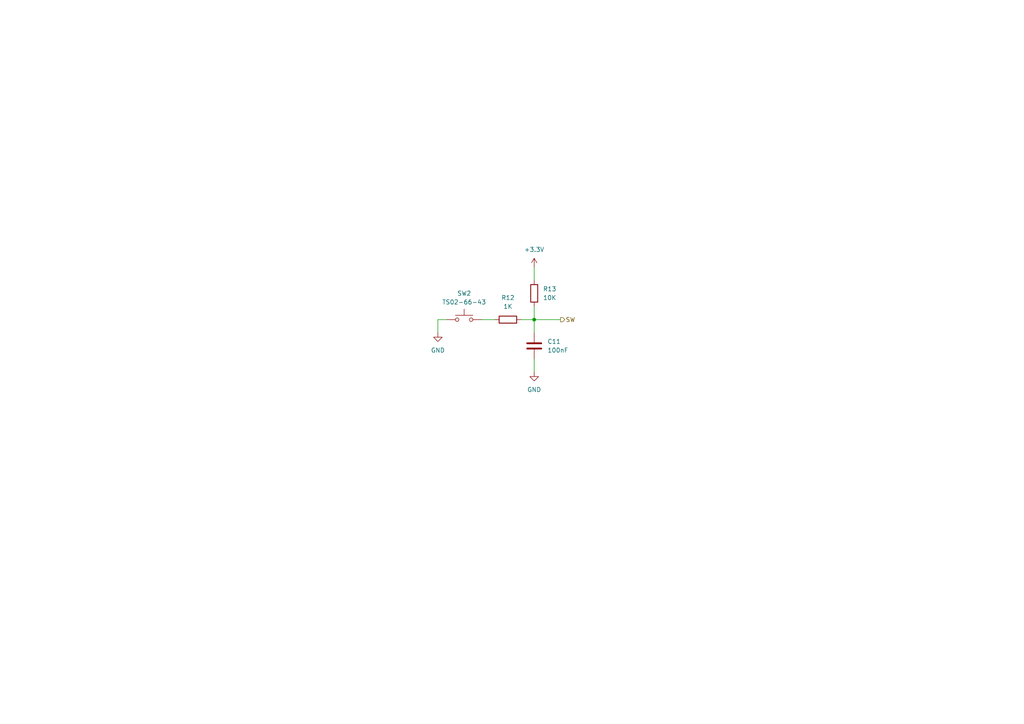
<source format=kicad_sch>
(kicad_sch (version 20250114) (generator "eeschema") (generator_version "9.0")
  (paper "A4")
  (title_block (date "${CURRENT_DATE}") (rev "${REVISION}") (comment 1 "LICENSED under CERN-OHL-S-2.0"))
  (lib_symbols
    (symbol "Device:C" (pin_numbers (hide yes)) (pin_names (offset 0.254))
      (property "Reference" "C" (at 0.635 2.54 0))
      (property "Value" "C" (at 0.635 -2.54 0))
      (symbol "C_0_1"
        (polyline (pts (xy -2.032 0.762) (xy 2.032 0.762)) (stroke (width 0.508)))
        (polyline (pts (xy -2.032 -0.762) (xy 2.032 -0.762)) (stroke (width 0.508)))
      )
      (symbol "C_1_1"
        (pin passive line (at 0 3.81 270) (length 2.794) (name "~") (number "1"))
        (pin passive line (at 0 -3.81 90) (length 2.794) (name "~") (number "2"))
      )
    )
    (symbol "Device:R" (pin_numbers (hide yes)) (pin_names (offset 0))
      (property "Reference" "R" (at 2.032 0 90))
      (property "Value" "R" (at 0 0 90))
      (symbol "R_0_1"
        (rectangle (start -1.016 -2.54) (end 1.016 2.54) (stroke (width 0.254)))
      )
      (symbol "R_1_1"
        (pin passive line (at 0 3.81 270) (length 1.27) (name "~") (number "1"))
        (pin passive line (at 0 -3.81 90) (length 1.27) (name "~") (number "2"))
      )
    )
    (symbol "Switch:SW_Push" (pin_numbers (hide yes)) (pin_names (offset 1.016) (hide yes))
      (property "Reference" "SW" (at 1.27 2.54 0))
      (property "Value" "SW_Push" (at 0 -1.524 0))
      (symbol "SW_Push_0_1"
        (circle (center -2.032 0) (radius 0.508))
        (polyline (pts (xy 0 1.27) (xy 0 3.048)))
        (circle (center 2.032 0) (radius 0.508))
        (polyline (pts (xy 2.54 1.27) (xy -2.54 1.27)))
        (pin passive line (at -5.08 0 0) (length 2.54) (name "1") (number "1"))
        (pin passive line (at 5.08 0 180) (length 2.54) (name "2") (number "2"))
      )
    )
    (symbol "power:+3.3V" (power) (pin_numbers (hide yes)) (pin_names (offset 0) (hide yes))
      (property "Value" "+3.3V" (at 0 3.556 0))
      (symbol "+3.3V_0_1"
        (polyline (pts (xy -0.762 1.27) (xy 0 2.54)))
        (polyline (pts (xy 0 2.54) (xy 0.762 1.27)))
        (polyline (pts (xy 0 0) (xy 0 2.54)))
      )
      (symbol "+3.3V_1_1"
        (pin power_in line (at 0 0 90) (length 0) (name "~") (number "1"))
      )
    )
    (symbol "power:GND" (power) (pin_numbers (hide yes)) (pin_names (offset 0) (hide yes))
      (property "Value" "GND" (at 0 -3.81 0))
      (symbol "GND_0_1"
        (polyline (pts (xy 0 0) (xy 0 -1.27) (xy 1.27 -1.27) (xy 0 -2.54) (xy -1.27 -1.27) (xy 0 -1.27)))
      )
      (symbol "GND_1_1"
        (pin power_in line (at 0 0 270) (length 0) (name "~") (number "1"))
      )
    )
  )
  (junction (at 154.94 92.71))
  (wire (pts (xy 154.94 88.9) (xy 154.94 92.71)))
  (wire (pts (xy 127 92.71) (xy 127 96.52)))
  (wire (pts (xy 129.54 92.71) (xy 127 92.71)))
  (wire (pts (xy 139.7 92.71) (xy 143.51 92.71)))
  (wire (pts (xy 154.94 92.71) (xy 154.94 96.52)))
  (wire (pts (xy 154.94 92.71) (xy 162.56 92.71)))
  (wire (pts (xy 154.94 77.47) (xy 154.94 81.28)))
  (wire (pts (xy 154.94 104.14) (xy 154.94 107.95)))
  (wire (pts (xy 151.13 92.71) (xy 154.94 92.71)))
  (hierarchical_label "SW" (shape output) (at 162.56 92.71 0))
  (symbol (lib_id "power:GND") (at 127 96.52 0) (unit 1)
    (property "Reference" "#PWR022" (effects (hide yes)))
    (property "Value" "GND" (at 127 101.6 0))
    (property "Description" "Power symbol creates a global label with name \"GND\" , ground" (effects (hide yes)))
    (instances (project "ESP32PoEBreakout" (path "" (reference "#PWR025") (unit 1)) (path "" (reference "#PWR022") (unit 1))))
  )
  (symbol (lib_id "Device:R") (at 147.32 92.71 90) (unit 1)
    (property "Reference" "R10" (at 147.32 86.36 90))
    (property "Value" "1K" (at 147.32 88.9 90))
    (property "Footprint" "Resistor_SMD:R_0805_2012Metric" (effects (hide yes)))
    (property "Description" "Resistor" (effects (hide yes)))
    (property "MOUSER#" "603-RC0805FR-101KL" (effects (hide yes)))
    (instances (project "ESP32PoEBreakout" (path "" (reference "R12") (unit 1)) (path "" (reference "R10") (unit 1))))
  )
  (symbol (lib_id "power:+3.3V") (at 154.94 77.47 0) (unit 1)
    (property "Reference" "#PWR023" (effects (hide yes)))
    (property "Value" "+3.3V" (at 154.94 72.39 0))
    (property "Description" "Power symbol creates a global label with name \"+3.3V\"" (effects (hide yes)))
    (instances (project "ESP32PoEBreakout" (path "" (reference "#PWR026") (unit 1)) (path "" (reference "#PWR023") (unit 1))))
  )
  (symbol (lib_id "power:GND") (at 154.94 107.95 0) (unit 1)
    (property "Reference" "#PWR024" (effects (hide yes)))
    (property "Value" "GND" (at 154.94 113.03 0))
    (property "Description" "Power symbol creates a global label with name \"GND\" , ground" (effects (hide yes)))
    (instances (project "ESP32PoEBreakout" (path "" (reference "#PWR027") (unit 1)) (path "" (reference "#PWR024") (unit 1))))
  )
  (symbol (lib_id "Switch:SW_Push") (at 134.62 92.71 0) (unit 1)
    (property "Reference" "SW1" (at 134.62 85.09 0))
    (property "Value" "TS02-66-43" (at 134.62 87.63 0))
    (property "Footprint" "Button_Switch_THT:SW_PUSH_6mm_H4.3mm" (effects (hide yes)))
    (property "Datasheet" "Data Sheets\\ts02.pdf" (effects (hide yes)))
    (property "Description" "Push button switch, generic, two pins" (effects (hide yes)))
    (property "MOUSER#" "179-TS026643BK100LCR" (effects (hide yes)))
    (instances (project "ESP32PoEBreakout" (path "" (reference "SW2") (unit 1)) (path "" (reference "SW1") (unit 1))))
  )
  (symbol (lib_id "Device:R") (at 154.94 85.09 0) (unit 1)
    (property "Reference" "R11" (at 157.48 83.8199 0) (effects (justify left)))
    (property "Value" "10K" (at 157.48 86.3599 0) (effects (justify left)))
    (property "Footprint" "Resistor_SMD:R_0805_2012Metric" (effects (hide yes)))
    (property "Description" "Resistor" (effects (hide yes)))
    (property "MOUSER#" "603-RC0805FR-7W10KL" (effects (hide yes)))
    (instances (project "ESP32PoEBreakout" (path "" (reference "R13") (unit 1)) (path "" (reference "R11") (unit 1))))
  )
  (symbol (lib_id "Device:C") (at 154.94 100.33 0) (unit 1)
    (property "Reference" "C10" (at 158.75 99.0599 0) (effects (justify left)))
    (property "Value" "100nF" (at 158.75 101.5999 0) (effects (justify left)))
    (property "Footprint" "Capacitor_SMD:C_0805_2012Metric" (effects (hide yes)))
    (property "Description" "Unpolarized capacitor" (effects (hide yes)))
    (property "MOUSER#" "581-KGM21NR71H104KT" (effects (hide yes)))
    (instances (project "ESP32PoEBreakout" (path "" (reference "C11") (unit 1)) (path "" (reference "C10") (unit 1))))
  )
)
</source>
